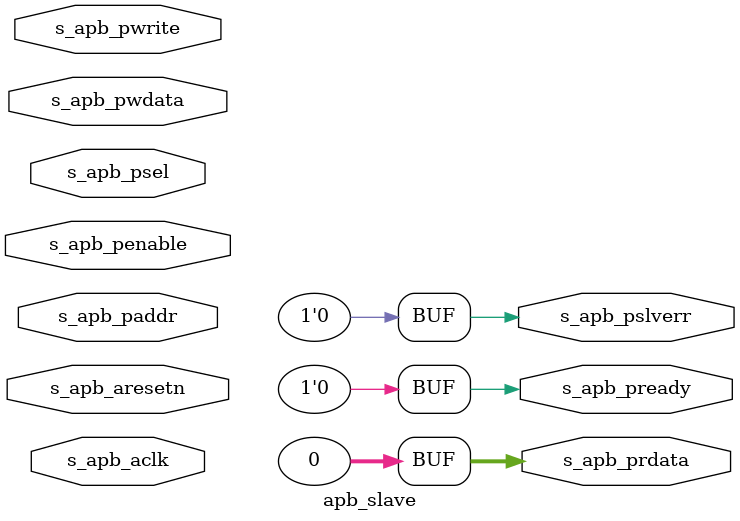
<source format=v>
`timescale 1ns / 1ps

module apb_slave #(
    parameter ADDR_WIDTH = 32,
    parameter DATA_WIDTH = 32,
    parameter REG_COUNT = 4
) (
    input s_apb_aclk,
    input s_apb_aresetn,
    input [ADDR_WIDTH-1:0]s_apb_paddr,
    input s_apb_penable,
    input s_apb_psel,
    input s_apb_pwrite,
    input [DATA_WIDTH-1:0] s_apb_pwdata,
    output [DATA_WIDTH-1:0] s_apb_prdata,
    output s_apb_pready,
    output s_apb_pslverr
);
    assign s_apb_prdata = {DATA_WIDTH{1'b0}};
    assign s_apb_pready = 1'b0;
    assign s_apb_pslverr = 1'b0;
endmodule

</source>
